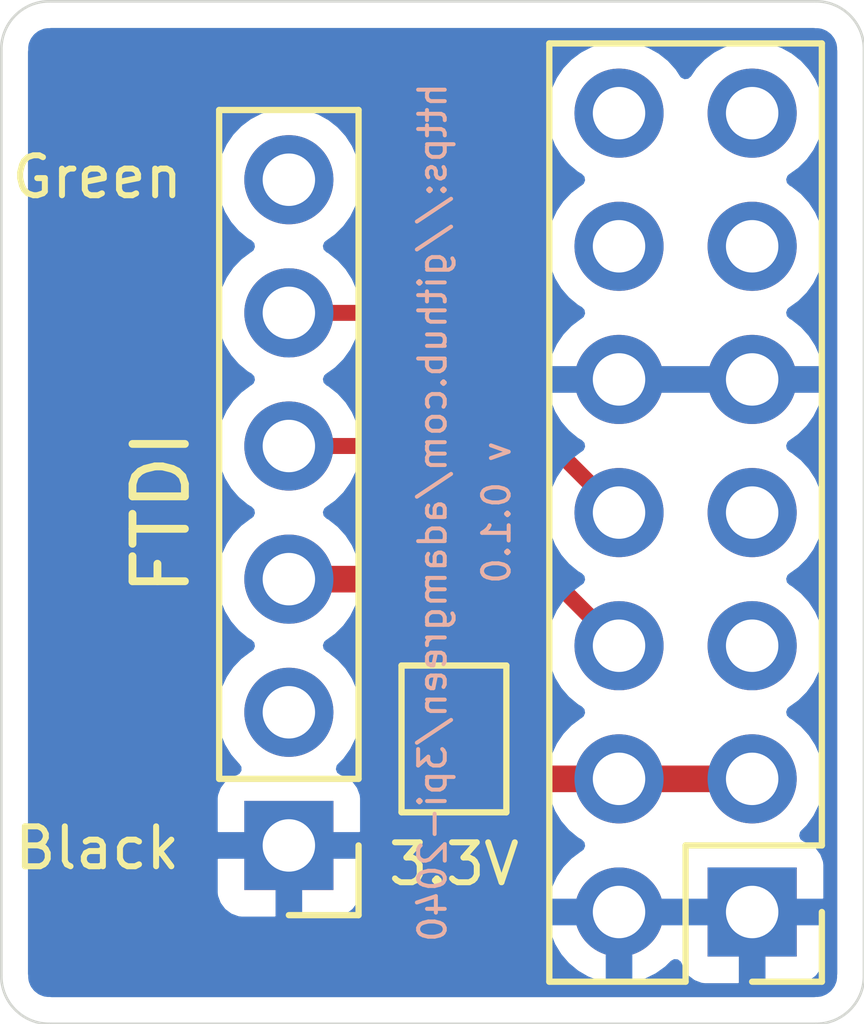
<source format=kicad_pcb>
(kicad_pcb (version 20211014) (generator pcbnew)
  (layers (0 "F.Cu" signal) (31 "B.Cu" signal) (34 "B.Paste" user) (35 "F.Paste" user) (36 "B.SilkS" user "B.Silkscreen") (37 "F.SilkS" user "F.Silkscreen") (38 "B.Mask" user) (39 "F.Mask" user) (44 "Edge.Cuts" user))
  (net 0 "")
  (net 1 "GND")
  (net 2 "+3.3V")
  (net 4 "Net-(J1-Pad6)")
  (net 6 "Net-(J1-Pad8)")
  (net 12 "Net-(J2-Pad3)")
  (footprint "Connector_PinHeader_2.54mm:PinHeader_1x06_P2.54mm_Vertical" (layer "F.Cu") (at 141.1224 98.7044 180)
    (fp_text reference "J2" hide)
    (fp_text value "FTDI" (at 2.4384 6.35 90) (layer "F.SilkS"))
    (fp_line (start 1.33 1.27) (end 1.33 14.03) (layer "F.SilkS") (width 0.12))
    (fp_line (start -1.33 -1.33) (end 0 -1.33) (layer "F.SilkS") (width 0.12))
    (fp_line (start -1.33 1.27) (end -1.33 14.03) (layer "F.SilkS") (width 0.12))
    (fp_line (start -1.33 1.27) (end 1.33 1.27) (layer "F.SilkS") (width 0.12))
    (fp_line (start -1.33 0) (end -1.33 -1.33) (layer "F.SilkS") (width 0.12))
    (fp_line (start -1.33 14.03) (end 1.33 14.03) (layer "F.SilkS") (width 0.12))
    (pad "1" thru_hole rect (at 0 0 180) (size 1.7 1.7) (drill 1) (layers *.Cu *.Mask) (net 1 "GND"))
    (pad "2" thru_hole oval (at 0 2.54 180) (size 1.7 1.7) (drill 1) (layers *.Cu *.Mask))
    (pad "3" thru_hole oval (at 0 5.08 180) (size 1.7 1.7) (drill 1) (layers *.Cu *.Mask) (net 12 "Net-(J2-Pad3)"))
    (pad "4" thru_hole oval (at 0 7.62 180) (size 1.7 1.7) (drill 1) (layers *.Cu *.Mask) (net 4 "Net-(J1-Pad6)"))
    (pad "5" thru_hole oval (at 0 10.16 180) (size 1.7 1.7) (drill 1) (layers *.Cu *.Mask) (net 6 "Net-(J1-Pad8)"))
    (pad "6" thru_hole oval (at 0 12.7 180) (size 1.7 1.7) (drill 1) (layers *.Cu *.Mask))
  )
  (footprint "Connector_PinHeader_2.54mm:PinHeader_2x07_P2.54mm_Vertical" (layer "F.Cu") (at 149.9616 99.9744 180)
    (fp_text reference "J1" hide)
    (fp_text value "Mid Expansion Header" hide)
    (fp_line (start -1.33 1.27) (end -1.33 16.57) (layer "F.SilkS") (width 0.12))
    (fp_line (start -1.33 0) (end -1.33 -1.33) (layer "F.SilkS") (width 0.12))
    (fp_line (start -1.33 16.57) (end 3.87 16.57) (layer "F.SilkS") (width 0.12))
    (fp_line (start 1.27 -1.33) (end 3.87 -1.33) (layer "F.SilkS") (width 0.12))
    (fp_line (start -1.33 -1.33) (end 0 -1.33) (layer "F.SilkS") (width 0.12))
    (fp_line (start 1.27 1.27) (end 1.27 -1.33) (layer "F.SilkS") (width 0.12))
    (fp_line (start -1.33 1.27) (end 1.27 1.27) (layer "F.SilkS") (width 0.12))
    (fp_line (start 3.87 -1.33) (end 3.87 16.57) (layer "F.SilkS") (width 0.12))
    (pad "1" thru_hole rect (at 0 0 180) (size 1.7 1.7) (drill 1) (layers *.Cu *.Mask) (net 1 "GND"))
    (pad "2" thru_hole oval (at 2.54 0 180) (size 1.7 1.7) (drill 1) (layers *.Cu *.Mask) (net 1 "GND"))
    (pad "3" thru_hole oval (at 0 2.54 180) (size 1.7 1.7) (drill 1) (layers *.Cu *.Mask) (net 2 "+3.3V"))
    (pad "4" thru_hole oval (at 2.54 2.54 180) (size 1.7 1.7) (drill 1) (layers *.Cu *.Mask) (net 2 "+3.3V"))
    (pad "5" thru_hole oval (at 0 5.08 180) (size 1.7 1.7) (drill 1) (layers *.Cu *.Mask))
    (pad "6" thru_hole oval (at 2.54 5.08 180) (size 1.7 1.7) (drill 1) (layers *.Cu *.Mask) (net 4 "Net-(J1-Pad6)"))
    (pad "7" thru_hole oval (at 0 7.62 180) (size 1.7 1.7) (drill 1) (layers *.Cu *.Mask))
    (pad "8" thru_hole oval (at 2.54 7.62 180) (size 1.7 1.7) (drill 1) (layers *.Cu *.Mask) (net 6 "Net-(J1-Pad8)"))
    (pad "9" thru_hole oval (at 0 10.16 180) (size 1.7 1.7) (drill 1) (layers *.Cu *.Mask) (net 1 "GND"))
    (pad "10" thru_hole oval (at 2.54 10.16 180) (size 1.7 1.7) (drill 1) (layers *.Cu *.Mask) (net 1 "GND"))
    (pad "11" thru_hole oval (at 0 12.7 180) (size 1.7 1.7) (drill 1) (layers *.Cu *.Mask))
    (pad "12" thru_hole oval (at 2.54 12.7 180) (size 1.7 1.7) (drill 1) (layers *.Cu *.Mask))
    (pad "13" thru_hole oval (at 0 15.24 180) (size 1.7 1.7) (drill 1) (layers *.Cu *.Mask))
    (pad "14" thru_hole oval (at 2.54 15.24 180) (size 1.7 1.7) (drill 1) (layers *.Cu *.Mask))
  )
  (footprint "Jumper:SolderJumper-2_P1.3mm_Open_TrianglePad1.0x1.5mm" (layer "F.Cu") (at 144.272 96.6724 -90)
    (fp_text reference "JP1" hide)
    (fp_text value "SolderJumper_2_Open" hide)
    (fp_line (start 1.4 -1) (end 1.4 1) (layer "F.SilkS") (width 0.12))
    (fp_line (start -1.4 -1) (end 1.4 -1) (layer "F.SilkS") (width 0.12))
    (fp_line (start 1.4 1) (end -1.4 1) (layer "F.SilkS") (width 0.12))
    (fp_line (start -1.4 1) (end -1.4 -1) (layer "F.SilkS") (width 0.12))
    (pad "1" smd custom (at -0.725 0 270) (size 0.3 0.3) (layers "F.Cu" "F.Mask") (net 12 "Net-(J2-Pad3)") (options (clearance outline) (anchor rect)) (primitives (gr_poly (pts (xy 1 0) (xy 0.5 0.75) (xy -0.5 0.75) (xy -0.5 -0.75) (xy 0.5 -0.75)) (width 0) (fill yes))))
    (pad "2" smd custom (at 0.725 0 270) (size 0.3 0.3) (layers "F.Cu" "F.Mask") (net 2 "+3.3V") (options (clearance outline) (anchor rect)) (primitives (gr_poly (pts (xy 0.5 0.75) (xy -0.65 0.75) (xy -0.15 0) (xy -0.65 -0.75) (xy 0.5 -0.75)) (width 0) (fill yes))))
  )
  (gr_arc (start 136.5504 102.108) (mid 135.903822 101.840178) (end 135.636 101.1936) (layer "Edge.Cuts") (width 0.05))
  (gr_line (start 135.636 101.1936) (end 135.636 83.5152) (layer "Edge.Cuts") (width 0.05))
  (gr_line (start 152.0952 83.5152) (end 152.0952 101.1936) (layer "Edge.Cuts") (width 0.05))
  (gr_line (start 136.5504 82.6008) (end 151.1808 82.6008) (layer "Edge.Cuts") (width 0.05))
  (gr_arc (start 152.0952 101.1936) (mid 151.827378 101.840178) (end 151.1808 102.108) (layer "Edge.Cuts") (width 0.05))
  (gr_arc (start 151.1808 82.6008) (mid 151.827378 82.868622) (end 152.0952 83.5152) (layer "Edge.Cuts") (width 0.05))
  (gr_line (start 151.1808 102.108) (end 136.5504 102.108) (layer "Edge.Cuts") (width 0.05))
  (gr_arc (start 135.636 83.5152) (mid 135.903822 82.868622) (end 136.5504 82.6008) (layer "Edge.Cuts") (width 0.05))
  (gr_text "v 0.1.0" (at 145.0848 92.3544 90) (layer "B.SilkS") (effects (font (size 0.508 0.508) (thickness 0.0762)) (justify mirror)))
  (gr_text "https://github.com/adamgreen/3pi-2040" (at 143.8656 92.3544 90) (layer "B.SilkS") (effects (font (size 0.508 0.508) (thickness 0.0762)) (justify mirror)))
  (gr_text "3.3V" (at 144.272 99.06) (layer "F.SilkS") (effects (font (size 0.762 0.762) (thickness 0.1143))))
  (gr_text "Green" (at 137.4648 85.9536) (layer "F.SilkS") (effects (font (size 0.762 0.762) (thickness 0.1143))))
  (gr_text "Black" (at 137.4648 98.7552) (layer "F.SilkS") (effects (font (size 0.762 0.762) (thickness 0.1143))))
  (segment (start 147.4216 97.4344) (end 144.309 97.4344) (width 0.508) (layer "F.Cu") (net 2))
  (segment (start 147.4216 97.4344) (end 149.9616 97.4344) (width 0.508) (layer "F.Cu") (net 2))
  (segment (start 144.309 97.4344) (end 144.272 97.3974) (width 0.508) (layer "F.Cu") (net 2))
  (segment (start 141.1224 91.0844) (end 143.6116 91.0844) (width 0.3048) (layer "F.Cu") (net 4))
  (segment (start 143.6116 91.0844) (end 147.4216 94.8944) (width 0.3048) (layer "F.Cu") (net 4))
  (segment (start 141.1224 88.5444) (end 143.6116 88.5444) (width 0.3048) (layer "F.Cu") (net 6))
  (segment (start 143.6116 88.5444) (end 147.4216 92.3544) (width 0.3048) (layer "F.Cu") (net 6))
  (segment (start 141.1224 93.6244) (end 143.6116 93.6244) (width 0.508) (layer "F.Cu") (net 12))
  (segment (start 143.6116 93.6244) (end 144.272 94.2848) (width 0.508) (layer "F.Cu") (net 12))
  (segment (start 144.272 94.2848) (end 144.272 95.9474) (width 0.508) (layer "F.Cu") (net 12))
  (zone (net 1) (net_name "GND") (layer "B.Cu") (connect_pads (clearance 0.508)) (min_thickness 0.254) (fill yes (thermal_gap 0.508) (thermal_bridge_width 0.508))
    (polygon (pts (xy 152.0952 102.108) (xy 135.636 102.108) (xy 135.636 82.6008) (xy 152.0952 82.6008)))
  )
)
</source>
